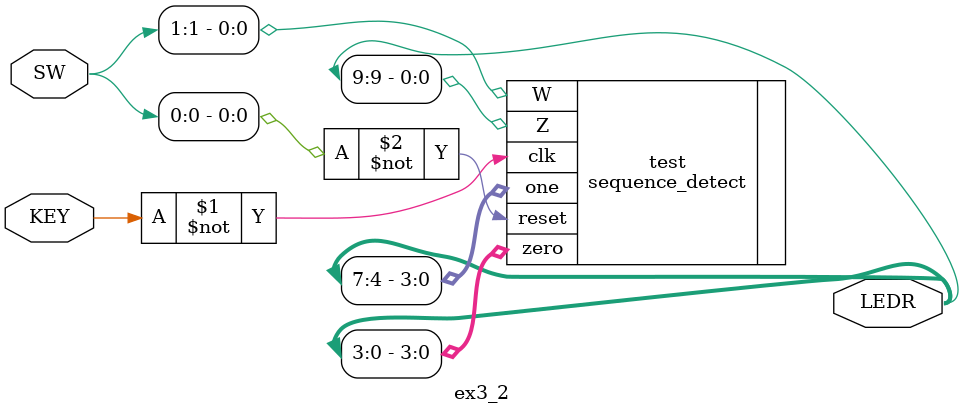
<source format=sv>

	module ex3_2 (
			input  logic [0:0] KEY,
			input  logic [1:0] SW,
			output logic [9:0] LEDR
	);
	// LEDR[3:0] to display sequence of 0's    // Initially HIGH
	// LEDR[7:4] to display sequence of 1's    // Initially LOW
	sequence_detect	test(.clk(~KEY[0]), .reset(~SW[0]), .W(SW[1]),
								  .zero(LEDR[3:0]), .one(LEDR[7:4]), .Z(LEDR[9]) );
								  

	endmodule
</source>
